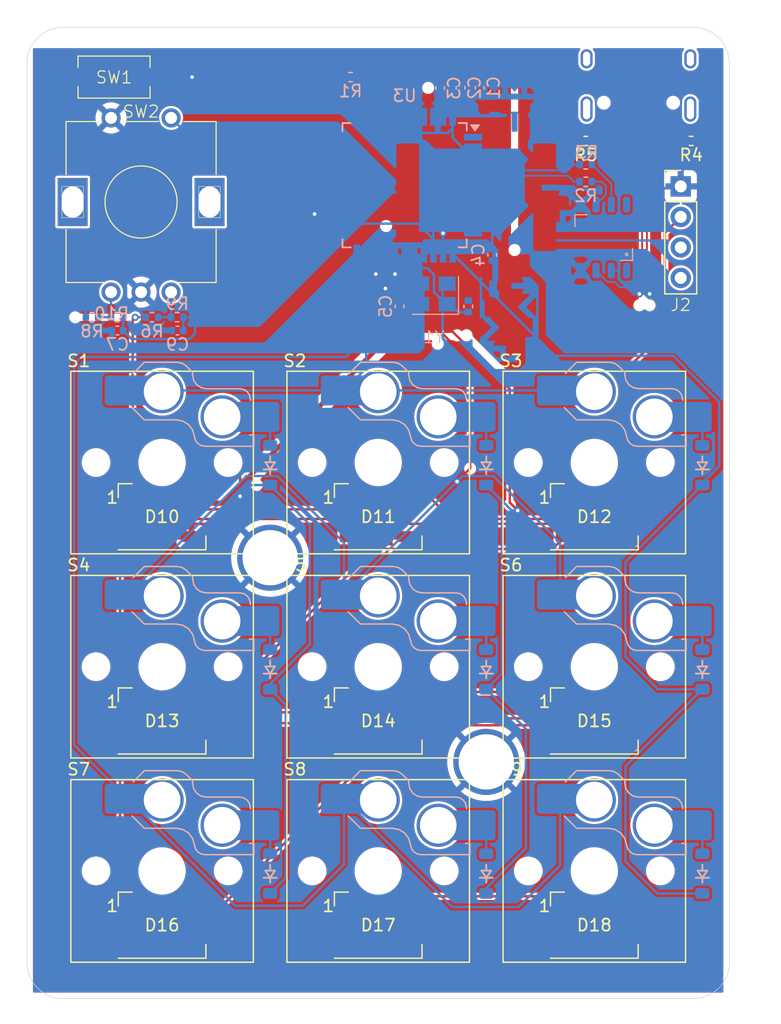
<source format=kicad_pcb>
(kicad_pcb (version 20240108) (generator "pcbnew") (generator_version "8.0")
  (layers (0 "F.Cu" signal) (31 "B.Cu" signal) (34 "B.Paste" user) (35 "F.Paste" user) (36 "B.SilkS" user "B.Silkscreen") (37 "F.SilkS" user "F.Silkscreen") (38 "B.Mask" user) (39 "F.Mask" user) (44 "Edge.Cuts" user))
  (net 0 "")
  (net 1 "VBUS")
  (net 2 "Row 0")
  (net 3 "Net-(D1-A)")
  (net 4 "Row 1")
  (net 5 "Net-(D2-A)")
  (net 6 "Row 2")
  (net 7 "Net-(D3-A)")
  (net 8 "Net-(D4-A)")
  (net 9 "Net-(D5-A)")
  (net 10 "Net-(D6-A)")
  (net 11 "Net-(D7-A)")
  (net 12 "Net-(D8-A)")
  (net 13 "Net-(D9-A)")
  (net 14 "+5V")
  (net 15 "LED Input")
  (net 16 "Net-(D10-DOUT)")
  (net 17 "Net-(D11-DOUT)")
  (net 18 "Net-(D12-DOUT)")
  (net 19 "Net-(D13-DOUT)")
  (net 20 "Net-(D14-DOUT)")
  (net 21 "Net-(D15-DOUT)")
  (net 22 "Net-(D16-DOUT)")
  (net 23 "Net-(D17-DOUT)")
  (net 25 "/USB_D-")
  (net 32 "Net-(J1-CC1)")
  (net 33 "/USB_D+")
  (net 34 "Net-(J1-CC2)")
  (net 35 "Display SDA")
  (net 36 "Display SCL")
  (net 37 "D+")
  (net 38 "D-")
  (net 39 "Net-(R6-Pad2)")
  (net 40 "Net-(R10-Pad2)")
  (net 41 "Column 0")
  (net 42 "Column 1")
  (net 43 "Column 2")
  (net 44 "RE Switch")
  (net 45 "GND")
  (net 46 "Net-(U3-UCAP)")
  (net 47 "Net-(U3-XTAL1)")
  (net 48 "Net-(U3-XTAL2)")
  (net 49 "Net-(U3-~{RESET})")
  (net 50 "/Port_Protector_D+")
  (net 51 "/Port_Protector_D-")
  (net 67 "RE A")
  (net 68 "RE B")
  (footprint "ScottoKeebs_Hotswap:Hotswap_Choc_V1_Plated_1.00u" (layer "F.Cu") (at 124.15 83.7)
    (property "Reference" "S1")
    (property "Value" "Keyswitch")
  )
  (footprint "ScottoKeebs_Hotswap:Hotswap_Choc_V1_Plated_1.00u" (layer "F.Cu") (at 160.15 83.7)
    (property "Reference" "S3")
    (property "Value" "Keyswitch")
  )
  (footprint "Display:SSD1306_LCD_Display_128x32" (layer "F.Cu") (at 150.19 73.2625)
    (property "Reference" "J2")
    (property "Value" "Display")
  )
  (footprint "ScottoKeebs_Components:LED_WS2812B" (layer "F.Cu") (at 160.15 88.215625)
    (property "Reference" "D12")
    (property "Value" "WS2812B")
  )
  (footprint "ScottoKeebs_Hotswap:Hotswap_Choc_V1_Plated_1.00u" (layer "F.Cu") (at 142.15 83.7)
    (property "Reference" "S2")
    (property "Value" "Keyswitch")
  )
  (footprint "Rotary_Encoder:RotaryEncoder_Bourns_PEC11R-4xxxF-Sxxxx" (layer "F.Cu") (at 122.4 72.5125)
    (property "Reference" "SW2")
    (property "Value" "RotaryEncoder_Switch")
    (fp_rect (start -6.6 -11.8) (end -4.8 -9.2) (stroke (width 0.05)) (fill none) (layer "Edge.Cuts"))
    (fp_rect (start 4.8 -11.8) (end 6.6 -9.2) (stroke (width 0.05)) (fill none) (layer "Edge.Cuts"))
  )
  (footprint "MountingHole:MountingHole_4.6mm" (layer "F.Cu") (at 151.15 113.795)
    (property "Reference" "H2" (hide yes))
    (property "Value" "MountingHole_Pad" (hide yes))
  )
  (footprint "ScottoKeebs_Components:LED_WS2812B" (layer "F.Cu") (at 124.15 122.215625)
    (property "Reference" "D16")
    (property "Value" "WS2812B")
  )
  (footprint "MountingHole:MountingHole_4.6mm" (layer "F.Cu") (at 133.15 96.795)
    (property "Reference" "H1" (hide yes))
    (property "Value" "MountingHole_Pad" (hide yes))
  )
  (footprint "ScottoKeebs_Hotswap:Hotswap_Choc_V1_Plated_1.00u" (layer "F.Cu") (at 142.15 117.7)
    (property "Reference" "S8")
    (property "Value" "Keyswitch")
  )
  (footprint "Resistor_SMD:R_0402_1005Metric" (layer "F.Cu") (at 168.22 56.925)
    (property "Reference" "R4")
    (property "Value" "5k1")
  )
  (footprint "ScottoKeebs_Hotswap:Hotswap_Choc_V1_Plated_1.00u" (layer "F.Cu") (at 160.15 117.7)
    (property "Reference" "S9")
    (property "Value" "Keyswitch")
  )
  (footprint "Resistor_SMD:R_0402_1005Metric" (layer "F.Cu") (at 159.44 56.925 180)
    (property "Reference" "R5")
    (property "Value" "5k1")
  )
  (footprint "ScottoKeebs_Components:USB_C_HRO_TYPE-C-31-M-12" (layer "F.Cu") (at 163.83 51.1425 180)
    (property "Reference" "J1" (hide yes))
    (property "Value" "USB_C_Receptacle_USB2.0_16P")
  )
  (footprint "ScottoKeebs_Components:LED_WS2812B" (layer "F.Cu") (at 142.15 105.215625)
    (property "Reference" "D14")
    (property "Value" "WS2812B")
  )
  (footprint "Button_Switch_SMD:SW_Tactile_TSB008A2530A" (layer "F.Cu") (at 120.15 55.6125)
    (property "Reference" "SW1")
    (property "Value" "SW_Push")
  )
  (footprint "ScottoKeebs_Hotswap:Hotswap_Choc_V1_Plated_1.00u" (layer "F.Cu") (at 142.15 100.7)
    (property "Reference" "S5")
    (property "Value" "Keyswitch")
  )
  (footprint "ScottoKeebs_Components:LED_WS2812B" (layer "F.Cu") (at 142.15 122.215625)
    (property "Reference" "D17")
    (property "Value" "WS2812B")
  )
  (footprint "ScottoKeebs_Hotswap:Hotswap_Choc_V1_Plated_1.00u" (layer "F.Cu") (at 124.15 100.7)
    (property "Reference" "S4")
    (property "Value" "Keyswitch")
  )
  (footprint "ScottoKeebs_Components:LED_WS2812B" (layer "F.Cu") (at 142.15 88.215625)
    (property "Reference" "D11")
    (property "Value" "WS2812B")
  )
  (footprint "ScottoKeebs_Components:LED_WS2812B" (layer "F.Cu") (at 160.15 105.215625)
    (property "Reference" "D15")
    (property "Value" "WS2812B")
  )
  (footprint "ScottoKeebs_Hotswap:Hotswap_Choc_V1_Plated_1.00u" (layer "F.Cu") (at 160.15 100.7)
    (property "Reference" "S6")
    (property "Value" "Keyswitch")
  )
  (footprint "ScottoKeebs_Components:LED_WS2812B" (layer "F.Cu") (at 160.15 122.215625)
    (property "Reference" "D18")
    (property "Value" "WS2812B")
  )
  (footprint "ScottoKeebs_Components:LED_WS2812B" (layer "F.Cu") (at 124.15 105.215625)
    (property "Reference" "D13")
    (property "Value" "WS2812B")
  )
  (footprint "ScottoKeebs_Components:LED_WS2812B" (layer "F.Cu") (at 124.15 88.215625)
    (property "Reference" "D10")
    (property "Value" "WS2812B")
  )
  (footprint "ScottoKeebs_Hotswap:Hotswap_Choc_V1_Plated_1.00u" (layer "F.Cu") (at 124.15 117.7)
    (property "Reference" "S7")
    (property "Value" "Keyswitch")
  )
  (footprint "Capacitor_SMD:C_0402_1005Metric" (layer "B.Cu") (at 150.61 52.5025 90)
    (property "Reference" "C1")
    (property "Value" "100n")
  )
  (footprint "ScottoKeebs_Components:Diode_SOD-123" (layer "B.Cu") (at 151.15 100.925 90)
    (property "Reference" "D5" (hide yes))
    (property "Value" "Diode")
  )
  (footprint "ScottoKeebs_Components:Diode_SOD-123" (layer "B.Cu") (at 133.15 83.925 90)
    (property "Reference" "D1" (hide yes))
    (property "Value" "Diode")
  )
  (footprint "Capacitor_SMD:C_0402_1005Metric" (layer "B.Cu") (at 149.01 52.5025 90)
    (property "Reference" "C2")
    (property "Value" "100n")
  )
  (footprint "Connector_USB:USB_Port_Protector_USB6B1" (layer "B.Cu") (at 157.1375 64.9725 90)
    (property "Reference" "U1" (hide yes))
    (property "Value" "USB6B1")
  )
  (footprint "Package_QFP:TQFP-44_10x10mm_P0.8mm" (layer "B.Cu") (at 144.35 60.6125 180)
    (property "Reference" "U3")
    (property "Value" "ATmega32U4-A")
  )
  (footprint "Resistor_SMD:R_0402_1005Metric" (layer "B.Cu") (at 123.31 71.6025)
    (property "Reference" "R6")
    (property "Value" "10k")
  )
  (footprint "Resistor_SMD:R_0402_1005Metric" (layer "B.Cu") (at 159.44 58.8825 180)
    (property "Reference" "R3")
    (property "Value" "22")
  )
  (footprint "Resistor_SMD:R_0402_1005Metric" (layer "B.Cu") (at 159.44 60.3225)
    (property "Reference" "R2")
    (property "Value" "22")
  )
  (footprint "Resistor_SMD:R_0402_1005Metric" (layer "B.Cu") (at 118.31 71.6025)
    (property "Reference" "R8")
    (property "Value" "10k")
  )
  (footprint "ScottoKeebs_Components:Diode_SOD-123" (layer "B.Cu") (at 169.15 100.925 90)
    (property "Reference" "D6" (hide yes))
    (property "Value" "Diode")
  )
  (footprint "Capacitor_SMD:C_0402_1005Metric" (layer "B.Cu") (at 120.43 72.7125)
    (property "Reference" "C7")
    (property "Value" "10n")
  )
  (footprint "ScottoKeebs_Components:Diode_SOD-123" (layer "B.Cu") (at 169.15 83.925 90)
    (property "Reference" "D3" (hide yes))
    (property "Value" "Diode")
  )
  (footprint "ScottoKeebs_Components:Diode_SOD-123" (layer "B.Cu") (at 133.15 100.925 90)
    (property "Reference" "D4" (hide yes))
    (property "Value" "Diode")
  )
  (footprint "ScottoKeebs_Components:Diode_SOD-123" (layer "B.Cu") (at 151.15 83.925 90)
    (property "Reference" "D2" (hide yes))
    (property "Value" "Diode")
  )
  (footprint "Capacitor_SMD:C_0402_1005Metric" (layer "B.Cu") (at 151.65 66.4125 -90)
    (property "Reference" "C4")
    (property "Value" "1u")
  )
  (footprint "ScottoKeebs_Components:Diode_SOD-123" (layer "B.Cu") (at 169.15 117.925 90)
    (property "Reference" "D9" (hide yes))
    (property "Value" "Diode")
  )
  (footprint "Capacitor_SMD:C_0402_1005Metric" (layer "B.Cu") (at 149.65 70.7025 90)
    (property "Reference" "C6" (hide yes))
    (property "Value" "12p")
  )
  (footprint "Capacitor_SMD:C_0402_1005Metric" (layer "B.Cu") (at 125.43 72.7125)
    (property "Reference" "C9")
    (property "Value" "10n")
  )
  (footprint "Capacitor_SMD:C_0402_1005Metric" (layer "B.Cu") (at 147.31 52.5225 90)
    (property "Reference" "C3")
    (property "Value" "100n")
  )
  (footprint "ScottoKeebs_Components:Diode_SOD-123" (layer "B.Cu") (at 151.15 117.925 90)
    (property "Reference" "D8" (hide yes))
    (property "Value" "Diode")
  )
  (footprint "Resistor_SMD:R_0402_1005Metric" (layer "B.Cu") (at 125.41 71.6025)
    (property "Reference" "R9")
    (property "Value" "10k")
  )
  (footprint "Resistor_SMD:R_0402_1005Metric" (layer "B.Cu") (at 139.85 51.6125)
    (property "Reference" "R1")
    (property "Value" "10k")
  )
  (footprint "Resistor_SMD:R_0402_1005Metric" (layer "B.Cu") (at 120.41 71.6025 180)
    (property "Reference" "R10")
    (property "Value" "10k")
  )
  (footprint "Crystal:Crystal_SMD_X322516MLB4SI" (layer "B.Cu") (at 146.79 73.7625 180)
    (property "Reference" "Y1")
    (property "Value" "16mghz")
  )
  (footprint "Capacitor_SMD:C_0402_1005Metric" (layer "B.Cu") (at 143.93 70.7025 -90)
    (property "Reference" "C5")
    (property "Value" "12p")
  )
  (footprint "ScottoKeebs_Components:Diode_SOD-123" (layer "B.Cu") (at 133.15 117.925 90)
    (property "Reference" "D7" (hide yes))
    (property "Value" "Diode")
  )
  (gr_line (start 115.9 128.325) (end 168.4 128.325) (stroke (width 0.05)) (layer "Edge.Cuts"))
  (gr_arc (start 112.9 50.47) (mid 113.77868 48.34868) (end 115.9 47.47) (stroke (width 0.05)) (layer "Edge.Cuts"))
  (gr_arc (start 171.4 125.325) (mid 170.52132 127.44632) (end 168.4 128.325) (stroke (width 0.05)) (layer "Edge.Cuts"))
  (gr_line (start 171.4 125.325) (end 171.4 50.47) (stroke (width 0.05)) (layer "Edge.Cuts"))
  (gr_line (start 168.4 47.47) (end 115.9 47.47) (stroke (width 0.05)) (layer "Edge.Cuts"))
  (gr_line (start 112.9 50.47) (end 112.9 125.325) (stroke (width 0.05)) (layer "Edge.Cuts"))
  (gr_arc (start 168.4 47.47) (mid 170.52132 48.34868) (end 171.4 50.47) (stroke (width 0.05)) (layer "Edge.Cuts"))
  (gr_arc (start 115.9 128.325) (mid 113.77868 127.44632) (end 112.9 125.325) (stroke (width 0.05)) (layer "Edge.Cuts"))
  (segment (start 166.28 55.1875) (end 166.28 54.5425) (width 0.2) (layer "F.Cu") (net 1))
  (segment (start 162.65 53.3125) (end 161.38 54.5825) (width 0.2) (layer "F.Cu") (net 1))
  (segment (start 166.28 54.5425) (end 165.05 53.3125) (width 0.2) (layer "F.Cu") (net 1))
  (segment (start 161.38 54.5825) (end 161.38 55.1875) (width 0.2) (layer "F.Cu") (net 1))
  (segment (start 165.05 53.3125) (end 162.65 53.3125) (width 0.2) (layer "F.Cu") (net 1))
  (segment (start 150.05 57.4125) (end 149.225 57.4125) (width 0.2) (layer "B.Cu") (net 1))
  (segment (start 140.35 55.6125) (end 140.35 54.9125) (width 0.2) (layer "B.Cu") (net 1))
  (segment (start 146.75 65.1125) (end 145.45 63.8125) (width 0.2) (layer "B.Cu") (net 1))
  (segment (start 149.225 57.4125) (end 148.7 57.9375) (width 0.2) (layer "B.Cu") (net 1))
  (segment (start 148.35 54.9125) (end 148.35 55.8625) (width 0.2) (layer "B.Cu") (net 1))
  (segment (start 150.61 52.9825) (end 147.33 52.9825) (width 0.2) (layer "B.Cu") (net 1))
  (segment (start 148.35 56.6625) (end 148.35 54.9125) (width 0.2) (layer "B.Cu") (net 1))
  (segment (start 148.35 55.8625) (end 147.95 56.2625) (width 0.2) (layer "B.Cu") (net 1))
  (segment (start 140.35 54.9125) (end 140.35 51.6225) (width 0.2) (layer "B.Cu") (net 1))
  (segment (start 141 56.2625) (end 140.35 55.6125) (width 0.2) (layer "B.Cu") (net 1))
  (segment (start 148.7 60.8625) (end 149.25 61.4125) (width 0.2) (layer "B.Cu") (net 1))
  (segment (start 149.01 52.9825) (end 149.01 54.2525) (width 0.2) (layer "B.Cu") (net 1))
  (segment (start 145.45 63.8125) (end 138.65 63.8125) (width 0.2) (layer "B.Cu") (net 1))
  (segment (start 150.05 57.4125) (end 149.1 57.4125) (width 0.2) (layer "B.Cu") (net 1))
  (segment (start 147.95 56.2625) (end 141 56.2625) (width 0.2) (layer "B.Cu") (net 1))
  (segment (start 148.7 57.9375) (end 148.7 60.8625) (width 0.2) (layer "B.Cu") (net 1))
  (segment (start 146.75 66.3125) (end 146.75 65.1125) (width 0.2) (layer "B.Cu") (net 1))
  (segment (start 149.1 61.4125) (end 146.75 63.7625) (width 0.2) (layer "B.Cu") (net 1))
  (segment (start 149.25 61.4125) (end 150.05 61.4125) (width 0.2) (layer "B.Cu") (net 1))
  (segment (start 150.05 61.4125) (end 149.1 61.4125) (width 0.2) (layer "B.Cu") (net 1))
  (segment (start 147.33 52.9825) (end 147.31 53.0025) (width 0.2) (layer "B.Cu") (net 1))
  (segment (start 140.35 51.6225) (end 140.36 51.6125) (width 0.2) (layer "B.Cu") (net 1))
  (segment (start 146.75 63.7625) (end 146.75 66.3125) (width 0.2) (layer "B.Cu") (net 1))
  (segment (start 149.01 54.2525) (end 148.35 54.9125) (width 0.2) (layer "B.Cu") (net 1))
  (segment (start 149.1 57.4125) (end 148.35 56.6625) (width 0.2) (layer "B.Cu") (net 1))
  (segment (start 142.75 72.438478) (end 130.65 84.538478) (width 0.2) (layer "F.Cu") (net 2))
  (segment (start 130.65 84.538478) (end 130.65 86.5125) (width 0.2) (layer "F.Cu") (net 2))
  (segment (start 142.75 69.2125) (end 142.75 72.438478) (width 0.2) (layer "F.Cu") (net 2))
  (via (at 130.65 86.5125) (size 0.6) (drill 0.3) (layers "F.Cu" "B.Cu") (net 2))
  (via (at 142.75 69.2125) (size 0.6) (drill 0.3) (layers "F.Cu" "B.Cu") (net 2))
  (segment (start 136.45 88.875) (end 136.45 98.825) (width 0.2) (layer "B.Cu") (net 2))
  (segment (start 131.5875 85.575) (end 130.65 86.5125) (width 0.2) (layer "B.Cu") (net 2))
  (segment (start 134.45 103.875) (end 134.45 118.275) (width 0.2) (layer "B.Cu") (net 2))
  (segment (start 133.15 102.125) (end 133.15 102.575) (width 0.2) (layer "B.Cu") (net 2))
  (segment (start 133.15 85.575) (end 136.45 88.875) (width 0.2) (layer "B.Cu") (net 2))
  (segment (start 142.75 69.2125) (end 142.75 66.3125) (width 0.2) (layer "B.Cu") (net 2))
  (segment (start 133.15 102.575) (end 134.45 103.875) (width 0.2) (layer "B.Cu") (net 2))
  (segment (start 136.45 98.825) (end 133.15 102.125) (width 0.2) (layer "B.Cu") (net 2))
  (segment (start 134.45 118.275) (end 133.15 119.575) (width 0.2) (layer "B.Cu") (net 2))
  (segment (start 133.15 85.575) (end 131.5875 85.575) (width 0.2) (layer "B.Cu") (net 2))
  (segment (start 132 79.9) (end 133.15 81.05) (width 0.2) (layer "B.Cu") (net 3))
  (segment (start 133.15 81.05) (end 133.15 82.275) (width 0.2) (layer "B.Cu") (net 3))
  (segment (start 153.11 87.034834) (end 153.768833 87.693667) (width 0.2) (layer "F.Cu") (net 4))
  (segment (start 153.11 77.5725) (end 153.11 87.034834) (width 0.2) (layer "F.Cu") (net 4))
  (segment (start 143.55 68.0125) (end 153.11 77.5725) (width 0.2) (layer "F.Cu") (net 4))
  (via (at 153.768833 87.693667) (size 0.6) (drill 0.3) (layers "F.Cu" "B.Cu") (net 4))
  (via (at 143.55 68.0125) (size 0.6) (drill 0.3) (layers "F.Cu" "B.Cu") (net 4))
  (segment (start 153.768833 87.693667) (end 153.268667 87.693667) (width 0.2) (layer "B.Cu") (net 4))
  (segment (start 154.45 115.825) (end 151.15 119.125) (width 0.2) (layer "B.Cu") (net 4))
  (segment (start 151.15 119.125) (end 151.15 119.575) (width 0.2) (layer "B.Cu") (net 4))
  (segment (start 153.268667 87.693667) (end 151.15 85.575) (width 0.2) (layer "B.Cu") (net 4))
  (segment (start 151.15 85.575) (end 152.45 86.875) (width 0.2) (layer "B.Cu") (net 4))
  (segment (start 151.15 102.575) (end 154.45 105.875) (width 0.2) (layer "B.Cu") (net 4))
  (segment (start 152.45 86.875) (end 152.45 101.275) (width 0.2) (layer "B.Cu") (net 4))
  (segment (start 154.45 105.875) (end 154.45 115.825) (width 0.2) (layer "B.Cu") (net 4))
  (segment (start 152.45 101.275) (end 151.15 102.575) (width 0.2) (layer "B.Cu") (net 4))
  (segment (start 143.55 68.0125) (end 143.55 66.3125) (width 0.2) (layer "B.Cu") (net 4))
  (segment (start 150 79.9) (end 151.15 81.05) (width 0.2) (layer "B.Cu") (net 5))
  (segment (start 151.15 81.05) (end 151.15 82.275) (width 0.2) (layer "B.Cu") (net 5))
  (segment (start 169.15 102.575) (end 162.75 108.975) (width 0.2) (layer "B.Cu") (net 6))
  (segment (start 162.75 108.975) (end 162.75 116.919239) (width 0.2) (layer "B.Cu") (net 6))
  (segment (start 162.75 91.975) (end 162.75 99.869239) (width 0.2) (layer "B.Cu") (net 6))
  (segment (start 169.15 85.575) (end 162.75 91.975) (width 0.2) (layer "B.Cu") (net 6))
  (segment (start 165.405761 119.575) (end 169.15 119.575) (width 0.2) (layer "B.Cu") (net 6))
  (segment (start 170.55 78.651378) (end 166.711122 74.8125) (width 0.2) (layer "B.Cu") (net 6))
  (segment (start 156.85 74.8125) (end 148.35 66.3125) (width 0.2) (layer "B.Cu") (net 6))
  (segment (start 166.711122 74.8125) (end 156.85 74.8125) (width 0.2) (layer "B.Cu") (net 6))
  (segment (start 170.55 84.0125) (end 170.55 78.651378) (width 0.2) (layer "B.Cu") (net 6))
  (segment (start 162.75 99.869239) (end 165.455761 102.575) (width 0.2) (layer "B.Cu") (net 6))
  (segment (start 165.455761 102.575) (end 169.15 102.575) (width 0.2) (layer "B.Cu") (net 6))
  (segment (start 169.15 85.575) (end 169.15 85.4125) (width 0.2) (layer "B.Cu") (net 6))
  (segment (start 169.15 85.4125) (end 170.55 84.0125) (width 0.2) (layer "B.Cu") (net 6))
  (segment (start 162.75 116.919239) (end 165.405761 119.575) (width 0.2) (layer "B.Cu") (net 6))
  (segment (start 168 79.9) (end 169.15 81.05) (width 0.2) (layer "B.Cu") (net 7))
  (segment (start 169.15 81.05) (end 169.15 82.275) (width 0.2) (layer "B.Cu") (net 7))
  (segment (start 133.15 98.05) (end 133.15 99.275) (width 0.2) (layer "B.Cu") (net 8))
  (segment (start 132 96.9) (end 133.15 98.05) (width 0.2) (layer "B.Cu") (net 8))
  (segment (start 150 96.9) (end 151.15 98.05) (width 0.2) (layer "B.Cu") (net 9))
  (segment (start 151.15 98.05) (end 151.15 99.275) (width 0.2) (layer "B.Cu") (net 9))
  (segment (start 168 96.9) (end 169.15 98.05) (width 0.2) (layer "B.Cu") (net 10))
  (segment (start 169.15 98.05) (end 169.15 99.275) (width 0.2) (layer "B.Cu") (net 10))
  (segment (start 133.15 115.05) (end 133.15 116.275) (width 0.2) (layer "B.Cu") (net 11))
  (segment (start 132 113.9) (end 133.15 115.05) (width 0.2) (layer "B.Cu") (net 11))
  (segment (start 151.15 115.05) (end 151.15 116.275) (width 0.2) (layer "B.Cu") (net 12))
  (segment (start 150 113.9) (end 151.15 115.05) (width 0.2) (layer "B.Cu") (net 12))
  (segment (start 168 113.9) (end 169.15 115.05) (width 0.2) (layer "B.Cu") (net 13))
  (segment (start 169.15 115.05) (end 169.15 116.275) (width 0.2) (layer "B.Cu") (net 13))
  (segment (start 141.134375 88) (end 143.31875 85.815625) (width 0.2) (layer "F.Cu") (net 14))
  (segment (start 140.465625 102.8) (end 156.934375 102.8) (width 0.2) (layer "F.Cu") (net 14))
  (segment (start 139.7 103.565625) (end 138.765625 104.5) (width 0.2) (layer "F.Cu") (net 14))
  (segment (start 122.634375 104.5) (end 121.7 103.565625) (width 0.2) (layer "F.Cu") (net 14))
  (segment (start 166.02 72.7675) (end 162.6275 76.16) (width 0.2) (layer "F.Cu") (net 14))
  (segment (start 120.65 104.615625) (end 120.65 119.515625) (width 0.2) (layer "F.Cu") (net 14))
  (segment (start 121.7 103.565625) (end 120.65 104.615625) (width 0.2) (layer "F.Cu") (net 14))
  (segment (start 139.7 86.565625) (end 138.665625 87.6) (width 0.2) (layer "F.Cu") (net 14))
  (segment (start 167.35 63.2525) (end 166.02 64.5825) (width 0.2) (layer "F.Cu") (net 14))
  (segment (start 121.7 71.8225) (end 121.91 71.6125) (width 0.2) (layer "F.Cu") (net 14))
  (segment (start 143.31875 85.815625) (end 145.65 85.815625) (width 0.2) (layer "F.Cu") (net 14))
  (segment (start 122.734375 121.6) (end 121.7 120.565625) (width 0.2) (layer "F.Cu") (net 14))
  (segment (start 145.65 85.815625) (end 148.234375 88.4) (width 0.2) (layer "F.Cu") (net 14))
  (segment (start 139.7 86.565625) (end 141.134375 88) (width 0.2) (layer "F.Cu") (net 14))
  (segment (start 156.95 119.815625) (end 157.7 120.565625) (width 0.2) (layer "F.Cu") (net 14))
  (segment (start 148.234375 88.4) (end 155.865625 88.4) (width 0.2) (layer "F.Cu") (net 14))
  (segment (start 138.665625 87.6) (end 122.734375 87.6) (width 0.2) (layer "F.Cu") (net 14))
  (segment (start 120.65 119.515625) (end 121.7 120.565625) (width 0.2) (layer "F.Cu") (net 14))
  (segment (start 138.665625 121.6) (end 122.734375 121.6) (width 0.2) (layer "F.Cu") (net 14))
  (segment (start 139.7 120.565625) (end 140.45 119.815625) (width 0.2) (layer "F.Cu") (net 14))
  (segment (start 166.02 64.5825) (end 166.02 72.7675) (width 0.2) (layer "F.Cu") (net 14))
  (segment (start 162.6275 76.16) (end 162.6275 84.56) (width 0.2) (layer "F.Cu") (net 14))
  (segment (start 121.7 86.565625) (end 120.65 87.615625) (width 0.2) (layer "F.Cu") (net 14))
  (segment (start 120.65 102.515625) (end 121.7 103.565625) (width 0.2) (layer "F.Cu") (net 14))
  (segment (start 138.765625 104.5) (end 122.634375 104.5) (width 0.2) (layer "F.Cu") (net 14))
  (segment (start 120.65 87.615625) (end 120.65 102.515625) (width 0.2) (layer "F.Cu") (net 14))
  (segment (start 156.934375 102.8) (end 157.7 103.565625) (width 0.2) (layer "F.Cu") (net 14))
  (segment (start 140.45 119.815625) (end 156.95 119.815625) (width 0.2) (layer "F.Cu") (net 14))
  (segment (start 139.7 120.565625) (end 138.665625 121.6) (width 0.2) (layer "F.Cu") (net 14))
  (segment (start 122.734375 87.6) (end 121.7 86.565625) (width 0.2) (layer "F.Cu") (net 14))
  (segment (start 160.621875 86.565625) (end 157.7 86.565625) (width 0.2) (layer "F.Cu") (net 14))
  (segment (start 139.7 103.565625) (end 140.465625 102.8) (width 0.2) (layer "F.Cu") (net 14))
  (segment (start 162.6275 84.56) (end 160.621875 86.565625) (width 0.2) (layer "F.Cu") (net 14))
  (segment (start 155.865625 88.4) (end 157.7 86.565625) (width 0.2) (layer "F.Cu") (net 14))
  (segment (start 121.7 86.565625) (end 121.7 71.8225) (width 0.2) (layer "F.Cu") (net 14))
  (via (at 121.91 71.6125) (size 0.6) (drill 0.3) (layers "F.Cu" "B.Cu") (net 14))
  (segment (start 117.79 71.6125) (end 117.8 71.6025) (width 0.2) (layer "B.Cu") (net 14))
  (segment (start 122.8 71.6025) (end 121.92 71.6025) (width 0.2) (layer "B.Cu") (net 14))
  (segment (start 122.8 71.6025) (end 121.15 69.9525) (width 0.2) (layer "B.Cu") (net 14))
  (segment (start 121.92 71.6025) (end 121.91 71.6125) (width 0.2) (layer "B.Cu") (net 14))
  (segment (start 121.15 69.9525) (end 121.15 69.1) (width 0.2) (layer "B.Cu") (net 14))
  (segment (start 117.8 69.95) (end 117.8 71.6025) (width 0.2) (layer "B.Cu") (net 14))
  (segment (start 119.45 68.3) (end 117.8 69.95) (width 0.2) (layer "B.Cu") (net 14))
  (segment (start 120.35 68.3) (end 119.45 68.3) (width 0.2) (layer "B.Cu") (net 14))
  (segment (start 121.15 69.1) (end 120.35 68.3) (width 0.2) (layer "B.Cu") (net 14))
  (segment (start 136.85 63.0125) (end 136.85 64.2125) (width 0.2) (layer "F.Cu") (net 15))
  (segment (start 126.6 74.4625) (end 126.6 86.565625) (width 0.2) (layer "F.Cu") (net 15))
  (segment (start 136.85 64.2125) (end 126.6 74.4625) (width 0.2) (layer "F.Cu") (net 15))
  (via (at 136.85 63.0125) (size 0.6) (drill 0.3) (layers "F.Cu" "B.Cu") (net 15))
  (segment (start 136.85 63.0125) (end 138.65 63.0125) (width 0.2) (layer "B.Cu") (net 15))
  (segment (start 144.6 86.565625) (end 142.765625 88.4) (width 0.2) (layer "F.Cu") (net 16))
  (segment (start 142.765625 88.4) (end 123.165625 88.4) (width 0.2) (layer "F.Cu") (net 16))
  (segment (start 123.165625 88.4) (end 121.7 89.865625) (width 0.2) (layer "F.Cu") (net 16))
  (segment (start 140.765625 88.8) (end 139.7 89.865625) (width 0.2) (layer "F.Cu") (net 17))
  (segment (start 160.365625 88.8) (end 140.765625 88.8) (width 0.2) (layer "F.Cu") (net 17))
  (segment (start 162.6 86.565625) (end 160.365625 88.8) (width 0.2) (layer "F.Cu") (net 17))
  (segment (start 129.134375 103.565625) (end 126.6 103.565625) (width 0.2) (layer "F.Cu") (net 18))
  (segment (start 141.8 90.9) (end 129.134375 103.565625) (width 0.2) (layer "F.Cu") (net 18))
  (segment (start 156.665625 90.9) (end 141.8 90.9) (width 0.2) (layer "F.Cu") (net 18))
  (segment (start 157.7 89.865625) (end 156.665625 90.9) (width 0.2) (layer "F.Cu") (net 18))
  (segment (start 142.765625 105.4) (end 123.165625 105.4) (width 0.2) (layer "F.Cu") (net 19))
  (segment (start 144.6 103.565625) (end 142.765625 105.4) (width 0.2) (layer "F.Cu") (net 19))
  (segment (start 123.165625 105.4) (end 121.7 106.865625) (width 0.2) (layer "F.Cu") (net 19))
  (segment (start 143.731311 105) (end 141.865686 106.865625) (width 0.2) (layer "F.Cu") (net 20))
  (segment (start 161.165625 105) (end 143.731311 105) (width 0.2) (layer "F.Cu") (net 20))
  (segment (start 141.865686 106.865625) (end 139.7 106.865625) (width 0.2) (layer "F.Cu") (net 20))
  (segment (start 162.6 103.565625) (end 161.165625 105) (width 0.2) (layer "F.Cu") (net 20))
  (segment (start 144.175 105.575) (end 129.184375 120.565625) (width 0.2) (layer "F.Cu") (net 21))
  (segment (start 156.409375 105.575) (end 144.175 105.575) (width 0.2) (layer "F.Cu") (net 21))
  (segment (start 157.7 106.865625) (end 156.409375 105.575) (width 0.2) (layer "F.Cu") (net 21))
  (segment (start 129.184375 120.565625) (end 126.6 120.565625) (width 0.2) (layer "F.Cu") (net 21))
  (segment (start 121.7 123.865625) (end 123.065625 122.5) (width 0.2) (layer "F.Cu") (net 22))
  (segment (start 142.665625 122.5) (end 144.6 120.565625) (width 0.2) (layer "F.Cu") (net 22))
  (segment (start 123.065625 122.5) (end 142.665625 122.5) (width 0.2) (layer "F.Cu") (net 22))
  (segment (start 162.6 120.565625) (end 160.265625 122.9) (width 0.2) (layer "F.Cu") (net 23))
  (segment (start 140.665625 122.9) (end 139.7 123.865625) (width 0.2) (layer "F.Cu") (net 23))
  (segment (start 160.265625 122.9) (end 140.665625 122.9) (width 0.2) (layer "F.Cu") (net 23))
  (segment (start 164.53 69.4375) (end 164.755 69.6625) (width 0.15) (layer "F.Cu") (net 25))
  (segment (start 164.58 55.1875) (end 164.58 56.275001) (width 0.15) (layer "F.Cu") (net 25))
  (segment (start 163.58 54.2125) (end 163.63 54.1625) (width 0.15) (layer "F.Cu") (net 25))
  (segment (start 163.63 54.1625) (end 164.53 54.1625) (width 0.15) (layer "F.Cu") (net 25))
  (segment (start 164.53 56.325001) (end 164.53 69.4375) (width 0.15) (layer "F.Cu") (net 25))
  (segment (start 164.53 54.1625) (end 164.58 54.2125) (width 0.15) (layer "F.Cu") (net 25))
  (segment (start 164.58 54.2125) (end 164.58 55.1875) (width 0.15) (layer "F.Cu") (net 25))
  (segment (start 163.58 55.1875) (end 163.58 54.2125) (width 0.15) (layer "F.Cu") (net 25))
  (segment (start 164.58 56.275001) (end 164.53 56.325001) (width 0.15) (layer "F.Cu") (net 25))
  (via (at 164.755 69.6625) (size 0.6) (drill 0.3) (layers "F.Cu" "B.Cu") (net 25))
  (segment (start 162.2375 67.7225) (end 161.5675 67.7225) (width 0.15) (layer "B.Cu") (net 25))
  (segment (start 162.2375 68.413052) (end 162.2375 67.7225) (width 0.15) (layer "B.Cu") (net 25))
  (segment (start 162.496948 68.6725) (end 162.2375 68.413052) (width 0.15) (layer "B.Cu") (net 25))
  (segment (start 163.765 68.6725) (end 162.496948 68.6725) (width 0.15) (layer "B.Cu") (net 25))
  (segment (start 164.755 69.6625) (end 163.765 68.6725) (width 0.15) (layer "B.Cu") (net 25))
  (segment (start 165.8425 56.925) (end 165.08 56.1625) (width 0.2) (layer "F.Cu") (net 32))
  (segment (start 165.08 56.1625) (end 165.08 55.1875) (width 0.2) (layer "F.Cu") (net 32))
  (segment (start 167.71 56.925) (end 165.8425 56.925) (width 0.2) (layer "F.Cu") (net 32))
  (segment (start 164.03 56.2125) (end 164.08 56.1625) (width 0.15) (layer "F.Cu") (net 33))
  (segment (start 164.13 69.4375) (end 163.905 69.6625) (width 0.15) (layer "F.Cu") (net 33))
  (segment (start 163.08 55.1875) (end 163.08 56.1625) (width 0.15) (layer "F.Cu") (net 33))
  (segment (start 163.08 56.1625) (end 163.13 56.2125) (width 0.15) (layer "F.Cu") (net 33))
  (segment (start 164.13 56.325001) (end 164.13 69.4375) (width 0.15) (layer "F.Cu") (net 33))
  (segment (start 164.08 56.1625) (end 164.08 55.1875) (width 0.15) (layer "F.Cu") (net 33))
  (segment (start 163.13 56.2125) (end 164.03 56.2125) (width 0.15) (layer "F.Cu") (net 33))
  (segment (start 164.08 56.275001) (end 164.13 56.325001) (width 0.15) (layer "F.Cu") (net 33))
  (segment (start 164.08 55.1875) (end 164.08 56.275001) (width 0.15) (layer "F.Cu") (net 33))
  (via (at 163.905 69.6625) (size 0.6) (drill 0.3) (layers "F.Cu" "B.Cu") (net 33))
  (segment (start 163.578583 69.12248) (end 162.31056 69.12248) (width 0.15) (layer "B.Cu") (net 33))
  (segment (start 161.86058 68.6725) (end 161.226948 68.6725) (width 0.15) (layer "B.Cu") (net 33))
  (segment (start 160.7475 68.1725) (end 160.2975 67.7225) (width 0.15) (layer "B.Cu") (net 33))
  (segment (start 160.7475 68.193052) (end 160.7475 68.1725) (width 0.15) (layer "B.Cu") (net 33))
  (segment (start 161.226948 68.6725) (end 160.7475 68.193052) (width 0.15) (layer "B.Cu") (net 33))
  (segment (start 162.31056 69.12248) (end 161.86058 68.6725) (width 0.15) (layer "B.Cu") (net 33))
  (segment (start 163.905 69.448897) (end 163.578583 69.12248) (width 0.15) (layer "B.Cu") (net 33))
  (segment (start 163.905 69.6625) (end 163.905 69.448897) (width 0.15) (layer "B.Cu") (net 33))
  (segment (start 159.95 56.925) (end 161.2675 56.925) (width 0.2) (layer "F.Cu") (net 34))
  (segment (start 162.08 56.1125) (end 162.08 55.1875) (width 0.2) (layer "F.Cu") (net 34))
  (segment (start 161.2675 56.925) (end 162.08 56.1125) (width 0.2) (layer "F.Cu") (net 34))
  (segment (start 160.2975 62.2225) (end 160.9675 61.5525) (width 0.15) (layer "B.Cu") (net 37))
  (segment (start 161.117499 60.686396) (end 160.753603 60.3225) (width 0.15) (layer "B.Cu") (net 37))
  (segment (start 160.753603 60.3225) (end 159.95 60.3225) (width 0.15) (layer "B.Cu") (net 37))
  (segment (start 160.9675 61.531948) (end 161.117499 61.381949) (width 0.15) (layer "B.Cu") (net 37))
  (segment (start 161.117499 61.381949) (end 161.117499 60.686396) (width 0.15) (layer "B.Cu") (net 37))
  (segment (start 160.9675 61.5525) (end 160.9675 61.531948) (width 0.15) (layer "B.Cu") (net 37))
  (segment (start 161.5675 62.2225) (end 161.5675 60.5) (width 0.15) (layer "B.Cu") (net 38))
  (segment (start 161.5675 60.5) (end 159.95 58.8825) (width 0.15) (layer "B.Cu") (net 38))
  (segment (start 124.9 71.6025) (end 124.9 69.5125) (width 0.2) (layer "B.Cu") (net 39))
  (segment (start 124.9 71.6025) (end 123.82 71.6025) (width 0.2) (layer "B.Cu") (net 39))
  (segment (start 119.9 71.6025) (end 119.9 69.5125) (width 0.2) (layer "B.Cu") (net 40))
  (segment (start 119.9 71.6025) (end 118.82 71.6025) (width 0.2) (layer "B.Cu") (net 40))
  (segment (start 157.3 77.7) (end 152.448971 77.7) (width 0.2) (layer "B.Cu") (net 41))
  (segment (start 139.3 77.7) (end 157.3 77.7) (width 0.2) (layer "B.Cu") (net 41))
  (segment (start 141.15 75.85) (end 139.3 77.7) (width 0.2) (layer "B.Cu") (net 41))
  (segment (start 121.3 77.7) (end 139.3 77.7) (width 0.2) (layer "B.Cu") (net 41))
  (segment (start 141.15 66.3125) (end 141.15 75.85) (width 0.2) (layer "B.Cu") (net 41))
  (segment (start 142.55 68.0125) (end 149.81 75.2725) (width 0.2) (layer "F.Cu") (net 42))
  (segment (start 149.81 75.2725) (end 149.81 84.19) (width 0.2) (layer "F.Cu") (net 42))
  (segment (start 141.95 68.0125) (end 142.55 68.0125) (width 0.2) (layer "F.Cu") (net 42))
  (segment (start 149.81 84.19) (end 148.71875 85.28125) (width 0.2) (layer "F.Cu") (net 42))
  (via (at 148.71875 85.28125) (size 0.6) (drill 0.3) (layers "F.Cu" "B.Cu") (net 42))
  (via (at 141.95 68.0125) (size 0.6) (drill 0.3) (layers "F.Cu" "B.Cu") (net 42))
  (segment (start 139.3 90.376304) (end 139.3 94.7) (width 0.2) (layer "B.Cu") (net 42))
  (segment (start 139.3 94.7) (end 149.175 84.825) (width 0.2) (layer "B.Cu") (net 42))
  (segment (start 157.3 90.376304) (end 157.3 94.7) (width 0.2) (layer "B.Cu") (net 42))
  (segment (start 121.3 94.7) (end 131.175 84.825) (width 0.2) (layer "B.Cu") (net 42))
  (segment (start 133.748696 84.825) (end 139.3 90.376304) (width 0.2) (layer "B.Cu") (net 42))
  (segment (start 131.175 84.825) (end 133.748696 84.825) (width 0.2) (layer "B.Cu") (net 42))
  (segment (start 149.175 84.825) (end 151.748696 84.825) (width 0.2) (layer "B.Cu") (net 42))
  (segment (start 151.748696 84.825) (end 157.3 90.376304) (width 0.2) (layer "B.Cu") (net 42))
  (segment (start 148.71875 85.28125) (end 149.175 84.825) (width 0.2) (layer "B.Cu") (net 42))
  (segment (start 141.95 68.0125) (end 141.95 66.3125) (width 0.2) (layer "B.Cu") (net 42))
  (segment (start 140.35 66.3125) (end 140.35 74.0125) (width 0.2) (layer "B.Cu") (net 43))
  (segment (start 121.35 111.7) (end 130.25 120.6) (width 0.2) (layer "B.Cu") (net 43))
  (segment (start 117.41 74.9125) (end 116.81 75.5125) (width 0.2) (layer "B.Cu") (net 43))
  (segment (start 139.3 117.15) (end 139.3 111.7) (width 0.2) (layer "B.Cu") (net 43))
  (segment (start 130.25 120.6) (end 135.85 120.6) (width 0.2) (layer "B.Cu") (net 43))
  (segment (start 139.3 111.7) (end 148.3 120.7) (width 0.2) (layer "B.Cu") (net 43))
  (segment (start 140.35 74.0125) (end 139.45 74.9125) (width 0.2) (layer "B.Cu") (net 43))
  (segment (start 116.81 75.5125) (end 116.81 107.21) (width 0.2) (layer "B.Cu") (net 43))
  (segment (start 135.85 120.6) (end 139.3 117.15) (width 0.2) (layer "B.Cu") (net 43))
  (segment (start 116.81 107.21) (end 121.3 111.7) (width 0.2) (layer "B.Cu") (net 43))
  (segment (start 139.45 74.9125) (end 117.41 74.9125) (width 0.2) (layer "B.Cu") (net 43))
  (segment (start 157.3 117.25) (end 157.3 111.7) (width 0.2) (layer "B.Cu") (net 43))
  (segment (start 148.3 120.7) (end 153.85 120.7) (width 0.2) (layer "B.Cu") (net 43))
  (segment (start 121.3 111.7) (end 121.35 111.7) (width 0.2) (layer "B.Cu") (net 43))
  (segment (start 153.85 120.7) (end 157.3 117.25) (width 0.2) (layer "B.Cu") (net 43))
  (segment (start 124.9 55.0125) (end 128.9 59.0125) (width 0.2) (layer "B.Cu") (net 44))
  (segment (start 128.9 59.0125) (end 138.65 59.0125) (width 0.2) (layer "B.Cu") (net 44))
  (segment (start 151 60.6125) (end 151.65 61.2625) (width 0.2) (layer "B.Cu") (net 46))
  (segment (start 151.65 61.2625) (end 151.65 65.9325) (width 0.2) (layer "B.Cu") (net 46))
  (segment (start 150.05 60.6125) (end 151 60.6125) (width 0.2) (layer "B.Cu") (net 46))
  (segment (start 143.93 70.2225) (end 145.34 68.8125) (width 0.2) (layer "B.Cu") (net 47))
  (segment (start 145.34 68.8125) (end 145.69 68.8125) (width 0.2) (layer "B.Cu") (net 47))
  (segment (start 145.69 68.8125) (end 144.35 67.4725) (width 0.2) (layer "B.Cu") (net 47))
  (segment (start 144.35 67.4725) (end 144.35 66.3125) (width 0.2) (layer "B.Cu") (net 47))
  (segment (start 146.25 67.5125) (end 146.8 68.0625) (width 0.2) (layer "B.Cu") (net 48))
  (segment (start 149.65 71.1825) (end 148.84 71.1825) (width 0.2) (layer "B.Cu") (net 48))
  (segment (start 148.84 71.1825) (end 148.17 70.5125) (width 0.2) (layer "B.Cu") (net 48))
  (segment (start 146.8 68.0625) (end 146.8 69.5225) (width 0.2) (layer "B.Cu") (net 48))
  (segment (start 145.15 66.3125) (end 145.15 67.3125) (width 0.2) (layer "B.Cu") (net 48))
  (segment (start 145.35 67.5125) (end 146.25 67.5125) (width 0.2) (layer "B.Cu") (net 48))
  (segment (start 146.8 69.5225) (end 147.79 70.5125) (width 0.2) (layer "B.Cu") (net 48))
  (segment (start 145.15 67.3125) (end 145.35 67.5125) (width 0.2) (layer "B.Cu") (net 48))
  (segment (start 148.17 70.5125) (end 147.89 70.5125) (width 0.2) (layer "B.Cu") (net 48))
  (segment (start 147.79 70.5125) (end 147.89 70.5125) (width 0.2) (layer "B.Cu") (net 48))
  (segment (start 134.55 51.6125) (end 147.55 64.6125) (width 0.2) (layer "F.Cu") (net 49))
  (segment (start 126.65 51.6125) (end 124.025 51.6125) (width 0.2) (layer "F.Cu") (net 49))
  (segment (start 126.65 51.6125) (end 134.55 51.6125) (width 0.2) (layer "F.Cu") (net 49))
  (via (at 126.65 51.6125) (size 0.6) (drill 0.3) (layers "F.Cu" "B.Cu") (net 49))
  (via (at 147.55 64.6125) (size 0.6) (drill 0.3) (layers "F.Cu" "B.Cu") (net 49))
  (segment (start 147.55 66.3125) (end 147.55 64.6125) (width 0.2) (layer "B.Cu") (net 49))
  (segment (start 139.34 51.6125) (end 126.65 51.6125) (width 0.2) (layer "B.Cu") (net 49))
  (segment (start 150.438603 59.2375) (end 150.213603 59.0125) (width 0.15) (layer "B.Cu") (net 50))
  (segment (start 157.954999 59.8275) (end 151.69 59.8275) (width 0.15) (layer "B.Cu") (net 50))
  (segment (start 151.69 59.8275) (end 151.1 59.2375) (width 0.15) (layer "B.Cu") (net 50))
  (segment (start 151.1 59.2375) (end 150.438603 59.2375) (width 0.15) (layer "B.Cu") (net 50))
  (segment (start 158.449999 60.3225) (end 157.954999 59.8275) (width 0.15) (layer "B.Cu") (net 50))
  (segment (start 150.213603 59.0125) (end 150.05 59.0125) (width 0.15) (layer "B.Cu") (net 50))
  (segment (start 158.93 60.3225) (end 158.449999 60.3225) (width 0.15) (layer "B.Cu") (net 50))
  (segment (start 150.275 58.4375) (end 150.05 58.2125) (width 0.15) (layer "B.Cu") (net 51))
  (segment (start 151.876368 59.3775) (end 150.936368 58.4375) (width 0.15) (layer "B.Cu") (net 51))
  (segment (start 157.954999 59.3775) (end 151.876368 59.3775) (width 0.15) (layer "B.Cu") (net 51))
  (segment (start 158.449999 58.8825) (end 157.954999 59.3775) (width 0.15) (layer "B.Cu") (net 51))
  (segment (start 158.93 58.8825) (end 158.449999 58.8825) (width 0.15) (layer "B.Cu") (net 51))
  (segment (start 150.936368 58.4375) (end 150.275 58.4375) (width 0.15) (layer "B.Cu") (net 51))
  (segment (start 126.45 73.4125) (end 126.894314 72.968186) (width 0.2) (layer "B.Cu") (net 67))
  (segment (start 121.61 73.4125) (end 126.45 73.4125) (width 0.2) (layer "B.Cu") (net 67))
  (segment (start 126.894314 72.968186) (end 126.894314 71.768186) (width 0.2) (layer "B.Cu") (net 67))
  (segment (start 120.91 72.7125) (end 120.91 71.6125) (width 0.2) (layer "B.Cu") (net 67))
  (segment (start 120.91 72.7125) (end 121.61 73.4125) (width 0.2) (layer "B.Cu") (net 67))
  (segment (start 120.91 71.6125) (end 120.92 71.6025) (width 0.2) (layer "B.Cu") (net 67))
  (segment (start 126.894314 71.768186) (end 137.25 61.4125) (width 0.2) (layer "B.Cu") (net 67))
  (segment (start 137.25 61.4125) (end 138.65 61.4125) (width 0.2) (layer "B.Cu") (net 67))
  (segment (start 125.91 72.7125) (end 125.91 71.6125) (width 0.2) (layer "B.Cu") (net 68))
  (segment (start 137.484314 60.6125) (end 126.494314 71.6025) (width 0.2) (layer "B.Cu") (net 68))
  (segment (start 125.91 71.6125) (end 125.92 71.6025) (width 0.2) (layer "B.Cu") (net 68))
  (segment (start 126.494314 71.6025) (end 125.92 71.6025) (width 0.2) (layer "B.Cu") (net 68))
  (segment (start 138.65 60.6125) (end 137.484314 60.6125) (width 0.2) (layer "B.Cu") (net 68))
  (zone (net 45) (net_name "GND") (layers "F&B.Cu") (connect_pads (clearance 0.2)) (min_thickness 0.15) (fill yes (thermal_gap 0.5) (thermal_bridge_width 0.5))
    (polygon (pts (xy 110.65 45.45) (xy 110.65 130.45) (xy 173.65 130.45) (xy 173.65 45.45)))
  )
)
</source>
